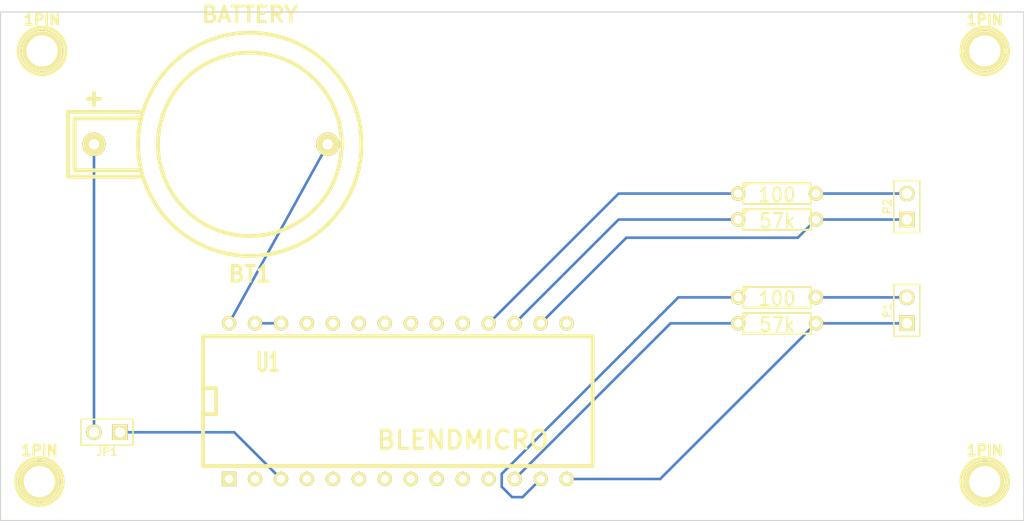
<source format=kicad_pcb>
(kicad_pcb (version 3) (host pcbnew "(22-Jun-2014 BZR 4027)-stable")

  (general
    (links 14)
    (no_connects 0)
    (area 103.695499 96.6216 200.990201 124.3584)
    (thickness 1.6)
    (drawings 4)
    (tracks 28)
    (zones 0)
    (modules 13)
    (nets 13)
  )

  (page A3)
  (layers
    (15 F.Cu signal)
    (0 B.Cu signal)
    (16 B.Adhes user)
    (17 F.Adhes user)
    (18 B.Paste user)
    (19 F.Paste user)
    (20 B.SilkS user)
    (21 F.SilkS user)
    (22 B.Mask user)
    (23 F.Mask user)
    (24 Dwgs.User user)
    (25 Cmts.User user)
    (26 Eco1.User user)
    (27 Eco2.User user)
    (28 Edge.Cuts user)
  )

  (setup
    (last_trace_width 0.254)
    (trace_clearance 0.254)
    (zone_clearance 0.508)
    (zone_45_only no)
    (trace_min 0.254)
    (segment_width 0.2)
    (edge_width 0.1)
    (via_size 0.889)
    (via_drill 0.635)
    (via_min_size 0.889)
    (via_min_drill 0.508)
    (uvia_size 0.508)
    (uvia_drill 0.127)
    (uvias_allowed no)
    (uvia_min_size 0.508)
    (uvia_min_drill 0.127)
    (pcb_text_width 0.3)
    (pcb_text_size 1.5 1.5)
    (mod_edge_width 0.15)
    (mod_text_size 1 1)
    (mod_text_width 0.15)
    (pad_size 1.5 1.5)
    (pad_drill 0.6)
    (pad_to_mask_clearance 0)
    (aux_axis_origin 97.536 129.286)
    (visible_elements FFFFFFBF)
    (pcbplotparams
      (layerselection 3178497)
      (usegerberextensions true)
      (excludeedgelayer true)
      (linewidth 0.150000)
      (plotframeref false)
      (viasonmask false)
      (mode 1)
      (useauxorigin false)
      (hpglpennumber 1)
      (hpglpenspeed 20)
      (hpglpendiameter 15)
      (hpglpenoverlay 2)
      (psnegative false)
      (psa4output false)
      (plotreference true)
      (plotvalue true)
      (plotothertext true)
      (plotinvisibletext false)
      (padsonsilk false)
      (subtractmaskfromsilk false)
      (outputformat 1)
      (mirror false)
      (drillshape 1)
      (scaleselection 1)
      (outputdirectory ""))
  )

  (net 0 "")
  (net 1 N-000001)
  (net 2 N-0000010)
  (net 3 N-0000011)
  (net 4 N-0000012)
  (net 5 N-000002)
  (net 6 N-000003)
  (net 7 N-000004)
  (net 8 N-000005)
  (net 9 N-000006)
  (net 10 N-000007)
  (net 11 N-000008)
  (net 12 N-000009)

  (net_class Default "This is the default net class."
    (clearance 0.254)
    (trace_width 0.254)
    (via_dia 0.889)
    (via_drill 0.635)
    (uvia_dia 0.508)
    (uvia_drill 0.127)
    (add_net "")
    (add_net N-000001)
    (add_net N-0000010)
    (add_net N-0000011)
    (add_net N-0000012)
    (add_net N-000002)
    (add_net N-000003)
    (add_net N-000004)
    (add_net N-000005)
    (add_net N-000006)
    (add_net N-000007)
    (add_net N-000008)
    (add_net N-000009)
  )

  (module DIP-28__600 (layer F.Cu) (tedit 200000) (tstamp 54AAE8B0)
    (at 136.398 117.602)
    (descr "Module Dil 28 pins, pads ronds, e=600 mils")
    (tags DIL)
    (path /54AAEF36)
    (fp_text reference U1 (at -12.7 -3.81) (layer F.SilkS)
      (effects (font (size 1.778 1.143) (thickness 0.3048)))
    )
    (fp_text value BLENDMICRO (at 6.35 3.81) (layer F.SilkS)
      (effects (font (size 1.778 1.778) (thickness 0.3048)))
    )
    (fp_line (start -19.05 -1.27) (end -19.05 -1.27) (layer F.SilkS) (width 0.381))
    (fp_line (start -19.05 -1.27) (end -17.78 -1.27) (layer F.SilkS) (width 0.381))
    (fp_line (start -17.78 -1.27) (end -17.78 1.27) (layer F.SilkS) (width 0.381))
    (fp_line (start -17.78 1.27) (end -19.05 1.27) (layer F.SilkS) (width 0.381))
    (fp_line (start -19.05 -6.35) (end 19.05 -6.35) (layer F.SilkS) (width 0.381))
    (fp_line (start 19.05 -6.35) (end 19.05 6.35) (layer F.SilkS) (width 0.381))
    (fp_line (start 19.05 6.35) (end -19.05 6.35) (layer F.SilkS) (width 0.381))
    (fp_line (start -19.05 6.35) (end -19.05 -6.35) (layer F.SilkS) (width 0.381))
    (pad 1 thru_hole rect (at -16.51 7.62) (size 1.397 1.397) (drill 0.8128)
      (layers *.Cu *.Mask F.SilkS)
    )
    (pad 2 thru_hole circle (at -13.97 7.62) (size 1.397 1.397) (drill 0.8128)
      (layers *.Cu *.Mask F.SilkS)
    )
    (pad 3 thru_hole circle (at -11.43 7.62) (size 1.397 1.397) (drill 0.8128)
      (layers *.Cu *.Mask F.SilkS)
      (net 7 N-000004)
    )
    (pad 4 thru_hole circle (at -8.89 7.62) (size 1.397 1.397) (drill 0.8128)
      (layers *.Cu *.Mask F.SilkS)
    )
    (pad 5 thru_hole circle (at -6.35 7.62) (size 1.397 1.397) (drill 0.8128)
      (layers *.Cu *.Mask F.SilkS)
    )
    (pad 6 thru_hole circle (at -3.81 7.62) (size 1.397 1.397) (drill 0.8128)
      (layers *.Cu *.Mask F.SilkS)
    )
    (pad 7 thru_hole circle (at -1.27 7.62) (size 1.397 1.397) (drill 0.8128)
      (layers *.Cu *.Mask F.SilkS)
    )
    (pad 8 thru_hole circle (at 1.27 7.62) (size 1.397 1.397) (drill 0.8128)
      (layers *.Cu *.Mask F.SilkS)
    )
    (pad 9 thru_hole circle (at 3.81 7.62) (size 1.397 1.397) (drill 0.8128)
      (layers *.Cu *.Mask F.SilkS)
    )
    (pad 10 thru_hole circle (at 6.35 7.62) (size 1.397 1.397) (drill 0.8128)
      (layers *.Cu *.Mask F.SilkS)
    )
    (pad 11 thru_hole circle (at 8.89 7.62) (size 1.397 1.397) (drill 0.8128)
      (layers *.Cu *.Mask F.SilkS)
    )
    (pad 12 thru_hole circle (at 11.43 7.62) (size 1.397 1.397) (drill 0.8128)
      (layers *.Cu *.Mask F.SilkS)
      (net 12 N-000009)
    )
    (pad 13 thru_hole circle (at 13.97 7.62) (size 1.397 1.397) (drill 0.8128)
      (layers *.Cu *.Mask F.SilkS)
      (net 2 N-0000010)
    )
    (pad 14 thru_hole circle (at 16.51 7.62) (size 1.397 1.397) (drill 0.8128)
      (layers *.Cu *.Mask F.SilkS)
      (net 10 N-000007)
    )
    (pad 15 thru_hole circle (at 16.51 -7.62) (size 1.397 1.397) (drill 0.8128)
      (layers *.Cu *.Mask F.SilkS)
    )
    (pad 16 thru_hole circle (at 13.97 -7.62) (size 1.397 1.397) (drill 0.8128)
      (layers *.Cu *.Mask F.SilkS)
      (net 3 N-0000011)
    )
    (pad 17 thru_hole circle (at 11.43 -7.62) (size 1.397 1.397) (drill 0.8128)
      (layers *.Cu *.Mask F.SilkS)
      (net 11 N-000008)
    )
    (pad 18 thru_hole circle (at 8.89 -7.62) (size 1.397 1.397) (drill 0.8128)
      (layers *.Cu *.Mask F.SilkS)
      (net 4 N-0000012)
    )
    (pad 19 thru_hole circle (at 6.35 -7.62) (size 1.397 1.397) (drill 0.8128)
      (layers *.Cu *.Mask F.SilkS)
    )
    (pad 20 thru_hole circle (at 3.81 -7.62) (size 1.397 1.397) (drill 0.8128)
      (layers *.Cu *.Mask F.SilkS)
    )
    (pad 21 thru_hole circle (at 1.27 -7.62) (size 1.397 1.397) (drill 0.8128)
      (layers *.Cu *.Mask F.SilkS)
    )
    (pad 22 thru_hole circle (at -1.27 -7.62) (size 1.397 1.397) (drill 0.8128)
      (layers *.Cu *.Mask F.SilkS)
    )
    (pad 23 thru_hole circle (at -3.81 -7.62) (size 1.397 1.397) (drill 0.8128)
      (layers *.Cu *.Mask F.SilkS)
    )
    (pad 24 thru_hole circle (at -6.35 -7.62) (size 1.397 1.397) (drill 0.8128)
      (layers *.Cu *.Mask F.SilkS)
    )
    (pad 25 thru_hole circle (at -8.89 -7.62) (size 1.397 1.397) (drill 0.8128)
      (layers *.Cu *.Mask F.SilkS)
    )
    (pad 26 thru_hole circle (at -11.43 -7.62) (size 1.397 1.397) (drill 0.8128)
      (layers *.Cu *.Mask F.SilkS)
      (net 9 N-000006)
    )
    (pad 27 thru_hole circle (at -13.97 -7.62) (size 1.397 1.397) (drill 0.8128)
      (layers *.Cu *.Mask F.SilkS)
      (net 9 N-000006)
    )
    (pad 28 thru_hole circle (at -16.51 -7.62) (size 1.397 1.397) (drill 0.8128)
      (layers *.Cu *.Mask F.SilkS)
      (net 1 N-000001)
    )
    (model dil/dil_28-w600.wrl
      (at (xyz 0 0 0))
      (scale (xyz 1 1 1))
      (rotate (xyz 0 0 0))
    )
  )

  (module R3 (layer F.Cu) (tedit 4E4C0E65) (tstamp 54AAEBFB)
    (at 173.482 107.442)
    (descr "Resitance 3 pas")
    (tags R)
    (path /54AAEF56)
    (autoplace_cost180 10)
    (fp_text reference R2 (at 0 0.127) (layer F.SilkS) hide
      (effects (font (size 1.397 1.27) (thickness 0.2032)))
    )
    (fp_text value 100 (at 0 0.127) (layer F.SilkS)
      (effects (font (size 1.397 1.27) (thickness 0.2032)))
    )
    (fp_line (start -3.81 0) (end -3.302 0) (layer F.SilkS) (width 0.2032))
    (fp_line (start 3.81 0) (end 3.302 0) (layer F.SilkS) (width 0.2032))
    (fp_line (start 3.302 0) (end 3.302 -1.016) (layer F.SilkS) (width 0.2032))
    (fp_line (start 3.302 -1.016) (end -3.302 -1.016) (layer F.SilkS) (width 0.2032))
    (fp_line (start -3.302 -1.016) (end -3.302 1.016) (layer F.SilkS) (width 0.2032))
    (fp_line (start -3.302 1.016) (end 3.302 1.016) (layer F.SilkS) (width 0.2032))
    (fp_line (start 3.302 1.016) (end 3.302 0) (layer F.SilkS) (width 0.2032))
    (fp_line (start -3.302 -0.508) (end -2.794 -1.016) (layer F.SilkS) (width 0.2032))
    (pad 1 thru_hole circle (at -3.81 0) (size 1.397 1.397) (drill 0.8128)
      (layers *.Cu *.Mask F.SilkS)
      (net 2 N-0000010)
    )
    (pad 2 thru_hole circle (at 3.81 0) (size 1.397 1.397) (drill 0.8128)
      (layers *.Cu *.Mask F.SilkS)
      (net 8 N-000005)
    )
    (model discret/resistor.wrl
      (at (xyz 0 0 0))
      (scale (xyz 0.3 0.3 0.3))
      (rotate (xyz 0 0 0))
    )
  )

  (module R3 (layer F.Cu) (tedit 4E4C0E65) (tstamp 54AAEC09)
    (at 173.482 109.982)
    (descr "Resitance 3 pas")
    (tags R)
    (path /54AAEF65)
    (autoplace_cost180 10)
    (fp_text reference R1 (at 0 0.127) (layer F.SilkS) hide
      (effects (font (size 1.397 1.27) (thickness 0.2032)))
    )
    (fp_text value 57k (at 0 0.127) (layer F.SilkS)
      (effects (font (size 1.397 1.27) (thickness 0.2032)))
    )
    (fp_line (start -3.81 0) (end -3.302 0) (layer F.SilkS) (width 0.2032))
    (fp_line (start 3.81 0) (end 3.302 0) (layer F.SilkS) (width 0.2032))
    (fp_line (start 3.302 0) (end 3.302 -1.016) (layer F.SilkS) (width 0.2032))
    (fp_line (start 3.302 -1.016) (end -3.302 -1.016) (layer F.SilkS) (width 0.2032))
    (fp_line (start -3.302 -1.016) (end -3.302 1.016) (layer F.SilkS) (width 0.2032))
    (fp_line (start -3.302 1.016) (end 3.302 1.016) (layer F.SilkS) (width 0.2032))
    (fp_line (start 3.302 1.016) (end 3.302 0) (layer F.SilkS) (width 0.2032))
    (fp_line (start -3.302 -0.508) (end -2.794 -1.016) (layer F.SilkS) (width 0.2032))
    (pad 1 thru_hole circle (at -3.81 0) (size 1.397 1.397) (drill 0.8128)
      (layers *.Cu *.Mask F.SilkS)
      (net 12 N-000009)
    )
    (pad 2 thru_hole circle (at 3.81 0) (size 1.397 1.397) (drill 0.8128)
      (layers *.Cu *.Mask F.SilkS)
      (net 10 N-000007)
    )
    (model discret/resistor.wrl
      (at (xyz 0 0 0))
      (scale (xyz 0.3 0.3 0.3))
      (rotate (xyz 0 0 0))
    )
  )

  (module PIN_ARRAY_2X1 (layer F.Cu) (tedit 4565C520) (tstamp 54AAEC13)
    (at 186.182 108.712 90)
    (descr "Connecteurs 2 pins")
    (tags "CONN DEV")
    (path /54AAEF8F)
    (fp_text reference P1 (at 0 -1.905 90) (layer F.SilkS)
      (effects (font (size 0.762 0.762) (thickness 0.1524)))
    )
    (fp_text value CONN_2 (at 0 -1.905 90) (layer F.SilkS) hide
      (effects (font (size 0.762 0.762) (thickness 0.1524)))
    )
    (fp_line (start -2.54 1.27) (end -2.54 -1.27) (layer F.SilkS) (width 0.1524))
    (fp_line (start -2.54 -1.27) (end 2.54 -1.27) (layer F.SilkS) (width 0.1524))
    (fp_line (start 2.54 -1.27) (end 2.54 1.27) (layer F.SilkS) (width 0.1524))
    (fp_line (start 2.54 1.27) (end -2.54 1.27) (layer F.SilkS) (width 0.1524))
    (pad 1 thru_hole rect (at -1.27 0 90) (size 1.524 1.524) (drill 1.016)
      (layers *.Cu *.Mask F.SilkS)
      (net 10 N-000007)
    )
    (pad 2 thru_hole circle (at 1.27 0 90) (size 1.524 1.524) (drill 1.016)
      (layers *.Cu *.Mask F.SilkS)
      (net 8 N-000005)
    )
    (model pin_array/pins_array_2x1.wrl
      (at (xyz 0 0 0))
      (scale (xyz 1 1 1))
      (rotate (xyz 0 0 0))
    )
  )

  (module R3 (layer F.Cu) (tedit 4E4C0E65) (tstamp 54AAFBA7)
    (at 173.482 97.282)
    (descr "Resitance 3 pas")
    (tags R)
    (path /54AAFA5A)
    (autoplace_cost180 10)
    (fp_text reference R4 (at 0 0.127) (layer F.SilkS) hide
      (effects (font (size 1.397 1.27) (thickness 0.2032)))
    )
    (fp_text value 100 (at 0 0.127) (layer F.SilkS)
      (effects (font (size 1.397 1.27) (thickness 0.2032)))
    )
    (fp_line (start -3.81 0) (end -3.302 0) (layer F.SilkS) (width 0.2032))
    (fp_line (start 3.81 0) (end 3.302 0) (layer F.SilkS) (width 0.2032))
    (fp_line (start 3.302 0) (end 3.302 -1.016) (layer F.SilkS) (width 0.2032))
    (fp_line (start 3.302 -1.016) (end -3.302 -1.016) (layer F.SilkS) (width 0.2032))
    (fp_line (start -3.302 -1.016) (end -3.302 1.016) (layer F.SilkS) (width 0.2032))
    (fp_line (start -3.302 1.016) (end 3.302 1.016) (layer F.SilkS) (width 0.2032))
    (fp_line (start 3.302 1.016) (end 3.302 0) (layer F.SilkS) (width 0.2032))
    (fp_line (start -3.302 -0.508) (end -2.794 -1.016) (layer F.SilkS) (width 0.2032))
    (pad 1 thru_hole circle (at -3.81 0) (size 1.397 1.397) (drill 0.8128)
      (layers *.Cu *.Mask F.SilkS)
      (net 4 N-0000012)
    )
    (pad 2 thru_hole circle (at 3.81 0) (size 1.397 1.397) (drill 0.8128)
      (layers *.Cu *.Mask F.SilkS)
      (net 5 N-000002)
    )
    (model discret/resistor.wrl
      (at (xyz 0 0 0))
      (scale (xyz 0.3 0.3 0.3))
      (rotate (xyz 0 0 0))
    )
  )

  (module R3 (layer F.Cu) (tedit 4E4C0E65) (tstamp 54AAFBB5)
    (at 173.482 99.822)
    (descr "Resitance 3 pas")
    (tags R)
    (path /54AAFA60)
    (autoplace_cost180 10)
    (fp_text reference R3 (at 0 0.127) (layer F.SilkS) hide
      (effects (font (size 1.397 1.27) (thickness 0.2032)))
    )
    (fp_text value 57k (at 0 0.127) (layer F.SilkS)
      (effects (font (size 1.397 1.27) (thickness 0.2032)))
    )
    (fp_line (start -3.81 0) (end -3.302 0) (layer F.SilkS) (width 0.2032))
    (fp_line (start 3.81 0) (end 3.302 0) (layer F.SilkS) (width 0.2032))
    (fp_line (start 3.302 0) (end 3.302 -1.016) (layer F.SilkS) (width 0.2032))
    (fp_line (start 3.302 -1.016) (end -3.302 -1.016) (layer F.SilkS) (width 0.2032))
    (fp_line (start -3.302 -1.016) (end -3.302 1.016) (layer F.SilkS) (width 0.2032))
    (fp_line (start -3.302 1.016) (end 3.302 1.016) (layer F.SilkS) (width 0.2032))
    (fp_line (start 3.302 1.016) (end 3.302 0) (layer F.SilkS) (width 0.2032))
    (fp_line (start -3.302 -0.508) (end -2.794 -1.016) (layer F.SilkS) (width 0.2032))
    (pad 1 thru_hole circle (at -3.81 0) (size 1.397 1.397) (drill 0.8128)
      (layers *.Cu *.Mask F.SilkS)
      (net 11 N-000008)
    )
    (pad 2 thru_hole circle (at 3.81 0) (size 1.397 1.397) (drill 0.8128)
      (layers *.Cu *.Mask F.SilkS)
      (net 3 N-0000011)
    )
    (model discret/resistor.wrl
      (at (xyz 0 0 0))
      (scale (xyz 0.3 0.3 0.3))
      (rotate (xyz 0 0 0))
    )
  )

  (module PIN_ARRAY_2X1 (layer F.Cu) (tedit 4565C520) (tstamp 54AAFBBF)
    (at 107.95 120.65 180)
    (descr "Connecteurs 2 pins")
    (tags "CONN DEV")
    (path /54AAF39B)
    (fp_text reference JP1 (at 0 -1.905 180) (layer F.SilkS)
      (effects (font (size 0.762 0.762) (thickness 0.1524)))
    )
    (fp_text value JUMPER (at 0 -1.905 180) (layer F.SilkS) hide
      (effects (font (size 0.762 0.762) (thickness 0.1524)))
    )
    (fp_line (start -2.54 1.27) (end -2.54 -1.27) (layer F.SilkS) (width 0.1524))
    (fp_line (start -2.54 -1.27) (end 2.54 -1.27) (layer F.SilkS) (width 0.1524))
    (fp_line (start 2.54 -1.27) (end 2.54 1.27) (layer F.SilkS) (width 0.1524))
    (fp_line (start 2.54 1.27) (end -2.54 1.27) (layer F.SilkS) (width 0.1524))
    (pad 1 thru_hole rect (at -1.27 0 180) (size 1.524 1.524) (drill 1.016)
      (layers *.Cu *.Mask F.SilkS)
      (net 7 N-000004)
    )
    (pad 2 thru_hole circle (at 1.27 0 180) (size 1.524 1.524) (drill 1.016)
      (layers *.Cu *.Mask F.SilkS)
      (net 6 N-000003)
    )
    (model pin_array/pins_array_2x1.wrl
      (at (xyz 0 0 0))
      (scale (xyz 1 1 1))
      (rotate (xyz 0 0 0))
    )
  )

  (module PIN_ARRAY_2X1 (layer F.Cu) (tedit 4565C520) (tstamp 54AAFBC9)
    (at 186.182 98.552 90)
    (descr "Connecteurs 2 pins")
    (tags "CONN DEV")
    (path /54AAFA66)
    (fp_text reference P2 (at 0 -1.905 90) (layer F.SilkS)
      (effects (font (size 0.762 0.762) (thickness 0.1524)))
    )
    (fp_text value CONN_2 (at 0 -1.905 90) (layer F.SilkS) hide
      (effects (font (size 0.762 0.762) (thickness 0.1524)))
    )
    (fp_line (start -2.54 1.27) (end -2.54 -1.27) (layer F.SilkS) (width 0.1524))
    (fp_line (start -2.54 -1.27) (end 2.54 -1.27) (layer F.SilkS) (width 0.1524))
    (fp_line (start 2.54 -1.27) (end 2.54 1.27) (layer F.SilkS) (width 0.1524))
    (fp_line (start 2.54 1.27) (end -2.54 1.27) (layer F.SilkS) (width 0.1524))
    (pad 1 thru_hole rect (at -1.27 0 90) (size 1.524 1.524) (drill 1.016)
      (layers *.Cu *.Mask F.SilkS)
      (net 3 N-0000011)
    )
    (pad 2 thru_hole circle (at 1.27 0 90) (size 1.524 1.524) (drill 1.016)
      (layers *.Cu *.Mask F.SilkS)
      (net 5 N-000002)
    )
    (model pin_array/pins_array_2x1.wrl
      (at (xyz 0 0 0))
      (scale (xyz 1 1 1))
      (rotate (xyz 0 0 0))
    )
  )

  (module CR2032H (layer F.Cu) (tedit 4C5E6DB1) (tstamp 54AAFBDC)
    (at 121.92 92.456 180)
    (path /54AAF32A)
    (fp_text reference BT1 (at 0 -12.7 180) (layer F.SilkS)
      (effects (font (size 1.524 1.524) (thickness 0.3048)))
    )
    (fp_text value BATTERY (at 0 12.7 180) (layer F.SilkS)
      (effects (font (size 1.524 1.524) (thickness 0.3048)))
    )
    (fp_line (start 15.24 3.81) (end 15.24 5.08) (layer F.SilkS) (width 0.381))
    (fp_line (start 14.605 4.445) (end 15.875 4.445) (layer F.SilkS) (width 0.381))
    (fp_line (start 10.795 -2.54) (end 17.145 -2.54) (layer F.SilkS) (width 0.381))
    (fp_line (start 17.145 -2.54) (end 17.145 2.54) (layer F.SilkS) (width 0.381))
    (fp_line (start 17.145 2.54) (end 10.795 2.54) (layer F.SilkS) (width 0.381))
    (fp_line (start 17.145 -3.175) (end 17.78 -3.175) (layer F.SilkS) (width 0.381))
    (fp_line (start 17.78 -3.175) (end 17.78 3.175) (layer F.SilkS) (width 0.381))
    (fp_line (start 17.78 3.175) (end 17.145 3.175) (layer F.SilkS) (width 0.381))
    (fp_line (start 15.875 -3.175) (end 17.145 -3.175) (layer F.SilkS) (width 0.381))
    (fp_line (start 17.145 3.175) (end 10.795 3.175) (layer F.SilkS) (width 0.381))
    (fp_line (start 10.795 -3.175) (end 15.875 -3.175) (layer F.SilkS) (width 0.381))
    (fp_circle (center 0 0) (end -1.27 -8.89) (layer F.SilkS) (width 0.381))
    (fp_circle (center 0 0) (end 6.35 8.89) (layer F.SilkS) (width 0.381))
    (pad 2 thru_hole circle (at -7.62 0 180) (size 2.286 2.286) (drill 1.016)
      (layers *.Cu *.Mask F.SilkS)
      (net 1 N-000001)
    )
    (pad 1 thru_hole circle (at 15.24 0 180) (size 2.286 2.286) (drill 1.016)
      (layers *.Cu *.Mask F.SilkS)
      (net 6 N-000003)
    )
  )

  (module 1pin (layer F.Cu) (tedit 200000) (tstamp 54ACC087)
    (at 101.346 125.476)
    (descr "module 1 pin (ou trou mecanique de percage)")
    (tags DEV)
    (path 1pin)
    (fp_text reference 1PIN (at 0 -3.048) (layer F.SilkS)
      (effects (font (size 1.016 1.016) (thickness 0.254)))
    )
    (fp_text value P*** (at 0 2.794) (layer F.SilkS) hide
      (effects (font (size 1.016 1.016) (thickness 0.254)))
    )
    (fp_circle (center 0 0) (end 0 -2.286) (layer F.SilkS) (width 0.381))
    (pad 1 thru_hole circle (at 0 0) (size 4.064 4.064) (drill 3.048)
      (layers *.Cu *.Mask F.SilkS)
    )
  )

  (module 1pin (layer F.Cu) (tedit 200000) (tstamp 54ACC093)
    (at 101.6 83.312)
    (descr "module 1 pin (ou trou mecanique de percage)")
    (tags DEV)
    (path 1pin)
    (fp_text reference 1PIN (at 0 -3.048) (layer F.SilkS)
      (effects (font (size 1.016 1.016) (thickness 0.254)))
    )
    (fp_text value P*** (at 0 2.794) (layer F.SilkS) hide
      (effects (font (size 1.016 1.016) (thickness 0.254)))
    )
    (fp_circle (center 0 0) (end 0 -2.286) (layer F.SilkS) (width 0.381))
    (pad 1 thru_hole circle (at 0 0) (size 4.064 4.064) (drill 3.048)
      (layers *.Cu *.Mask F.SilkS)
    )
  )

  (module 1pin (layer F.Cu) (tedit 200000) (tstamp 54ACC09E)
    (at 193.802 83.312)
    (descr "module 1 pin (ou trou mecanique de percage)")
    (tags DEV)
    (path 1pin)
    (fp_text reference 1PIN (at 0 -3.048) (layer F.SilkS)
      (effects (font (size 1.016 1.016) (thickness 0.254)))
    )
    (fp_text value P*** (at 0 2.794) (layer F.SilkS) hide
      (effects (font (size 1.016 1.016) (thickness 0.254)))
    )
    (fp_circle (center 0 0) (end 0 -2.286) (layer F.SilkS) (width 0.381))
    (pad 1 thru_hole circle (at 0 0) (size 4.064 4.064) (drill 3.048)
      (layers *.Cu *.Mask F.SilkS)
    )
  )

  (module 1pin (layer F.Cu) (tedit 200000) (tstamp 54ACC0A9)
    (at 193.802 125.476)
    (descr "module 1 pin (ou trou mecanique de percage)")
    (tags DEV)
    (path 1pin)
    (fp_text reference 1PIN (at 0 -3.048) (layer F.SilkS)
      (effects (font (size 1.016 1.016) (thickness 0.254)))
    )
    (fp_text value P*** (at 0 2.794) (layer F.SilkS) hide
      (effects (font (size 1.016 1.016) (thickness 0.254)))
    )
    (fp_circle (center 0 0) (end 0 -2.286) (layer F.SilkS) (width 0.381))
    (pad 1 thru_hole circle (at 0 0) (size 4.064 4.064) (drill 3.048)
      (layers *.Cu *.Mask F.SilkS)
    )
  )

  (gr_line (start 197.612 129.286) (end 97.536 129.286) (angle 90) (layer Edge.Cuts) (width 0.1))
  (gr_line (start 197.612 79.502) (end 197.612 129.286) (angle 90) (layer Edge.Cuts) (width 0.1))
  (gr_line (start 97.536 79.502) (end 197.612 79.502) (angle 90) (layer Edge.Cuts) (width 0.1))
  (gr_line (start 97.536 129.286) (end 97.536 79.502) (angle 90) (layer Edge.Cuts) (width 0.1))

  (segment (start 129.54 92.456) (end 119.888 109.982) (width 0.254) (layer B.Cu) (net 1) (status 10))
  (segment (start 169.672 107.442) (end 163.83 107.442) (width 0.254) (layer B.Cu) (net 2) (status 400000))
  (segment (start 148.59 127) (end 150.368 125.222) (width 0.254) (layer B.Cu) (net 2) (tstamp 54ACC14A) (status 800000))
  (segment (start 147.574 127) (end 148.59 127) (width 0.254) (layer B.Cu) (net 2) (tstamp 54ACC149))
  (segment (start 146.558 125.984) (end 147.574 127) (width 0.254) (layer B.Cu) (net 2) (tstamp 54ACC147))
  (segment (start 146.558 124.714) (end 146.558 125.984) (width 0.254) (layer B.Cu) (net 2) (tstamp 54ACC145))
  (segment (start 163.83 107.442) (end 146.558 124.714) (width 0.254) (layer B.Cu) (net 2) (tstamp 54ACC143))
  (segment (start 177.292 99.822) (end 175.514 101.6) (width 0.254) (layer B.Cu) (net 3) (status 400000))
  (segment (start 158.75 101.6) (end 150.368 109.982) (width 0.254) (layer B.Cu) (net 3) (tstamp 54ACC150) (status 800000))
  (segment (start 175.514 101.6) (end 158.75 101.6) (width 0.254) (layer B.Cu) (net 3) (tstamp 54ACC14F))
  (segment (start 186.182 99.822) (end 177.292 99.822) (width 0.254) (layer B.Cu) (net 3))
  (segment (start 169.672 97.282) (end 157.988 97.282) (width 0.254) (layer B.Cu) (net 4) (status 400000))
  (segment (start 157.988 97.282) (end 145.288 109.982) (width 0.254) (layer B.Cu) (net 4) (tstamp 54ACC159) (status 800000))
  (segment (start 177.292 97.282) (end 186.182 97.282) (width 0.254) (layer B.Cu) (net 5))
  (segment (start 106.68 92.456) (end 106.68 120.65) (width 0.254) (layer B.Cu) (net 6) (status 10))
  (segment (start 109.22 120.65) (end 120.396 120.65) (width 0.254) (layer B.Cu) (net 7))
  (segment (start 120.396 120.65) (end 124.968 125.222) (width 0.254) (layer B.Cu) (net 7) (tstamp 54ACC111))
  (segment (start 177.292 107.442) (end 184.912 107.442) (width 0.254) (layer B.Cu) (net 8))
  (segment (start 184.912 107.442) (end 186.182 107.442) (width 0.254) (layer B.Cu) (net 8) (tstamp 54AAECAD))
  (segment (start 124.968 109.982) (end 122.428 109.982) (width 0.254) (layer B.Cu) (net 9) (status 30))
  (segment (start 152.908 125.222) (end 162.052 125.222) (width 0.254) (layer B.Cu) (net 10) (status 400000))
  (segment (start 162.052 125.222) (end 177.292 109.982) (width 0.254) (layer B.Cu) (net 10) (tstamp 54ACC13B) (status 800000))
  (segment (start 184.912 109.982) (end 186.182 109.982) (width 0.254) (layer B.Cu) (net 10))
  (segment (start 177.292 109.982) (end 184.912 109.982) (width 0.254) (layer B.Cu) (net 10))
  (segment (start 169.672 99.822) (end 157.988 99.822) (width 0.254) (layer B.Cu) (net 11) (status 400000))
  (segment (start 157.988 99.822) (end 147.828 109.982) (width 0.254) (layer B.Cu) (net 11) (tstamp 54ACC155) (status 800000))
  (segment (start 169.672 109.982) (end 163.068 109.982) (width 0.254) (layer B.Cu) (net 12) (status 400000))
  (segment (start 163.068 109.982) (end 147.828 125.222) (width 0.254) (layer B.Cu) (net 12) (tstamp 54ACC13F) (status 800000))

)

</source>
